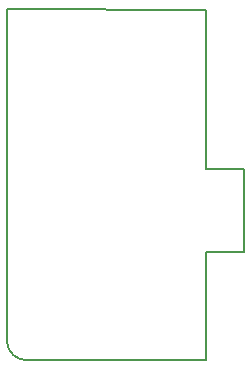
<source format=gm1>
G04 #@! TF.GenerationSoftware,KiCad,Pcbnew,(5.1.4)-1*
G04 #@! TF.CreationDate,2020-01-26T17:58:18+01:00*
G04 #@! TF.ProjectId,HM-LC-Sw1-Pl-DN-R1_S26,484d2d4c-432d-4537-9731-2d506c2d444e,rev?*
G04 #@! TF.SameCoordinates,Original*
G04 #@! TF.FileFunction,Profile,NP*
%FSLAX46Y46*%
G04 Gerber Fmt 4.6, Leading zero omitted, Abs format (unit mm)*
G04 Created by KiCad (PCBNEW (5.1.4)-1) date 2020-01-26 17:58:18*
%MOMM*%
%LPD*%
G04 APERTURE LIST*
%ADD10C,0.150000*%
G04 APERTURE END LIST*
D10*
X146199926Y-122348249D02*
G75*
G02X144450000Y-120750000I-70721J1679691D01*
G01*
X144450000Y-120750000D02*
X144449800Y-92649040D01*
X161315400Y-92659200D02*
X144449800Y-92649040D01*
X161315400Y-106197400D02*
X161315400Y-92659200D01*
X161315400Y-122351800D02*
X146199926Y-122348249D01*
X161315400Y-119176800D02*
X161315400Y-122351800D01*
X161315400Y-113182400D02*
X161315400Y-119176800D01*
X164515800Y-106197400D02*
X161315400Y-106197400D01*
X164515800Y-113182400D02*
X164515800Y-106197400D01*
X161315400Y-113182400D02*
X164515800Y-113182400D01*
M02*

</source>
